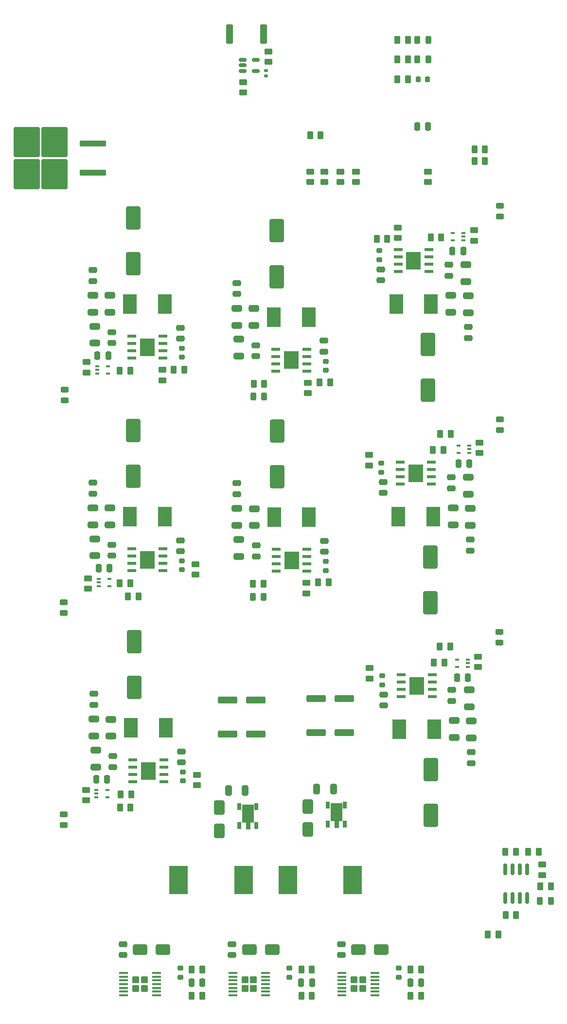
<source format=gbr>
%TF.GenerationSoftware,KiCad,Pcbnew,(7.0.0-0)*%
%TF.CreationDate,2023-04-05T17:09:17+01:00*%
%TF.ProjectId,pipcb,70697063-622e-46b6-9963-61645f706362,rev?*%
%TF.SameCoordinates,Original*%
%TF.FileFunction,Paste,Top*%
%TF.FilePolarity,Positive*%
%FSLAX46Y46*%
G04 Gerber Fmt 4.6, Leading zero omitted, Abs format (unit mm)*
G04 Created by KiCad (PCBNEW (7.0.0-0)) date 2023-04-05 17:09:17*
%MOMM*%
%LPD*%
G01*
G04 APERTURE LIST*
G04 Aperture macros list*
%AMRoundRect*
0 Rectangle with rounded corners*
0 $1 Rounding radius*
0 $2 $3 $4 $5 $6 $7 $8 $9 X,Y pos of 4 corners*
0 Add a 4 corners polygon primitive as box body*
4,1,4,$2,$3,$4,$5,$6,$7,$8,$9,$2,$3,0*
0 Add four circle primitives for the rounded corners*
1,1,$1+$1,$2,$3*
1,1,$1+$1,$4,$5*
1,1,$1+$1,$6,$7*
1,1,$1+$1,$8,$9*
0 Add four rect primitives between the rounded corners*
20,1,$1+$1,$2,$3,$4,$5,0*
20,1,$1+$1,$4,$5,$6,$7,0*
20,1,$1+$1,$6,$7,$8,$9,0*
20,1,$1+$1,$8,$9,$2,$3,0*%
G04 Aperture macros list end*
%ADD10C,0.001000*%
%ADD11RoundRect,0.250000X0.262500X0.450000X-0.262500X0.450000X-0.262500X-0.450000X0.262500X-0.450000X0*%
%ADD12RoundRect,0.250000X-0.450000X0.262500X-0.450000X-0.262500X0.450000X-0.262500X0.450000X0.262500X0*%
%ADD13RoundRect,0.250000X0.450000X-0.262500X0.450000X0.262500X-0.450000X0.262500X-0.450000X-0.262500X0*%
%ADD14R,1.550000X0.600000*%
%ADD15R,2.600000X3.100000*%
%ADD16RoundRect,0.250000X-0.650000X0.325000X-0.650000X-0.325000X0.650000X-0.325000X0.650000X0.325000X0*%
%ADD17RoundRect,0.250000X-0.475000X0.250000X-0.475000X-0.250000X0.475000X-0.250000X0.475000X0.250000X0*%
%ADD18RoundRect,0.250000X-1.000000X1.750000X-1.000000X-1.750000X1.000000X-1.750000X1.000000X1.750000X0*%
%ADD19RoundRect,0.243750X-0.456250X0.243750X-0.456250X-0.243750X0.456250X-0.243750X0.456250X0.243750X0*%
%ADD20RoundRect,0.250000X-1.000000X-0.650000X1.000000X-0.650000X1.000000X0.650000X-1.000000X0.650000X0*%
%ADD21RoundRect,0.243750X0.456250X-0.243750X0.456250X0.243750X-0.456250X0.243750X-0.456250X-0.243750X0*%
%ADD22R,0.650000X0.400000*%
%ADD23RoundRect,0.243750X-0.243750X-0.456250X0.243750X-0.456250X0.243750X0.456250X-0.243750X0.456250X0*%
%ADD24RoundRect,0.250000X0.475000X-0.250000X0.475000X0.250000X-0.475000X0.250000X-0.475000X-0.250000X0*%
%ADD25RoundRect,0.250000X-0.262500X-0.450000X0.262500X-0.450000X0.262500X0.450000X-0.262500X0.450000X0*%
%ADD26RoundRect,0.225000X-0.250000X0.225000X-0.250000X-0.225000X0.250000X-0.225000X0.250000X0.225000X0*%
%ADD27RoundRect,0.250000X0.650000X-0.325000X0.650000X0.325000X-0.650000X0.325000X-0.650000X-0.325000X0*%
%ADD28R,0.680000X1.200000*%
%ADD29RoundRect,0.250000X1.000000X-1.750000X1.000000X1.750000X-1.000000X1.750000X-1.000000X-1.750000X0*%
%ADD30RoundRect,0.250000X-0.250000X-0.475000X0.250000X-0.475000X0.250000X0.475000X-0.250000X0.475000X0*%
%ADD31RoundRect,0.250000X0.250000X0.475000X-0.250000X0.475000X-0.250000X-0.475000X0.250000X-0.475000X0*%
%ADD32R,2.350000X3.500000*%
%ADD33RoundRect,0.225000X0.250000X-0.225000X0.250000X0.225000X-0.250000X0.225000X-0.250000X-0.225000X0*%
%ADD34RoundRect,0.250000X-0.325000X-0.650000X0.325000X-0.650000X0.325000X0.650000X-0.325000X0.650000X0*%
%ADD35RoundRect,0.250000X-1.425000X0.362500X-1.425000X-0.362500X1.425000X-0.362500X1.425000X0.362500X0*%
%ADD36R,3.300000X5.000000*%
%ADD37RoundRect,0.250000X2.050000X0.300000X-2.050000X0.300000X-2.050000X-0.300000X2.050000X-0.300000X0*%
%ADD38RoundRect,0.250000X2.025000X2.375000X-2.025000X2.375000X-2.025000X-2.375000X2.025000X-2.375000X0*%
%ADD39RoundRect,0.243750X0.243750X0.456250X-0.243750X0.456250X-0.243750X-0.456250X0.243750X-0.456250X0*%
%ADD40RoundRect,0.150000X0.150000X-0.825000X0.150000X0.825000X-0.150000X0.825000X-0.150000X-0.825000X0*%
%ADD41RoundRect,0.250000X-0.650000X1.000000X-0.650000X-1.000000X0.650000X-1.000000X0.650000X1.000000X0*%
%ADD42RoundRect,0.100000X0.687500X0.100000X-0.687500X0.100000X-0.687500X-0.100000X0.687500X-0.100000X0*%
%ADD43RoundRect,0.250001X0.354999X0.374999X-0.354999X0.374999X-0.354999X-0.374999X0.354999X-0.374999X0*%
%ADD44RoundRect,0.150000X-0.512500X-0.150000X0.512500X-0.150000X0.512500X0.150000X-0.512500X0.150000X0*%
%ADD45RoundRect,0.250000X0.362500X1.425000X-0.362500X1.425000X-0.362500X-1.425000X0.362500X-1.425000X0*%
%ADD46RoundRect,0.218750X0.218750X0.256250X-0.218750X0.256250X-0.218750X-0.256250X0.218750X-0.256250X0*%
%ADD47RoundRect,0.140000X-0.170000X0.140000X-0.170000X-0.140000X0.170000X-0.140000X0.170000X0.140000X0*%
G04 APERTURE END LIST*
%TO.C,U22*%
G36*
X65505001Y-118077500D02*
G01*
X64880001Y-118077500D01*
X64880001Y-119277500D01*
X64200001Y-119277500D01*
X64200001Y-118077500D01*
X63575001Y-118077500D01*
X63575001Y-115027500D01*
X65505001Y-115027500D01*
X65505001Y-118077500D01*
G37*
D10*
X65505001Y-118077500D02*
X64880001Y-118077500D01*
X64880001Y-119277500D01*
X64200001Y-119277500D01*
X64200001Y-118077500D01*
X63575001Y-118077500D01*
X63575001Y-115027500D01*
X65505001Y-115027500D01*
X65505001Y-118077500D01*
%TO.C,U13*%
G36*
X50105000Y-118315000D02*
G01*
X49480000Y-118315000D01*
X49480000Y-119515000D01*
X48800000Y-119515000D01*
X48800000Y-118315000D01*
X48175000Y-118315000D01*
X48175000Y-115265000D01*
X50105000Y-115265000D01*
X50105000Y-118315000D01*
G37*
X50105000Y-118315000D02*
X49480000Y-118315000D01*
X49480000Y-119515000D01*
X48800000Y-119515000D01*
X48800000Y-118315000D01*
X48175000Y-118315000D01*
X48175000Y-115265000D01*
X50105000Y-115265000D01*
X50105000Y-118315000D01*
%TD*%
D11*
%TO.C,R23*%
X81377500Y-53500000D03*
X83202500Y-53500000D03*
%TD*%
D12*
%TO.C,R2*%
X68000000Y-6912500D03*
X68000000Y-5087500D03*
%TD*%
D13*
%TO.C,R58*%
X40290000Y-110087500D03*
X40290000Y-111912500D03*
%TD*%
D14*
%TO.C,U17*%
X75689999Y-59504999D03*
X75689999Y-58234999D03*
X75689999Y-56964999D03*
X75689999Y-55694999D03*
X81089999Y-55694999D03*
X81089999Y-56964999D03*
X81089999Y-58234999D03*
X81089999Y-59504999D03*
D15*
X78389999Y-57599999D03*
%TD*%
D11*
%TO.C,R59*%
X82540000Y-87750000D03*
X84365000Y-87750000D03*
%TD*%
D16*
%TO.C,C86*%
X47246250Y-66675000D03*
X47246250Y-63725000D03*
%TD*%
D17*
%TO.C,C84*%
X62471250Y-71250000D03*
X62471250Y-69350000D03*
%TD*%
D18*
%TO.C,C102*%
X80890000Y-80125000D03*
X80890000Y-72125000D03*
%TD*%
D19*
%TO.C,D10*%
X17040000Y-81937500D03*
X17040000Y-80062500D03*
%TD*%
D20*
%TO.C,D7*%
X53387500Y-140500000D03*
X49387500Y-140500000D03*
%TD*%
D21*
%TO.C,D11*%
X93040000Y-48212500D03*
X93040000Y-50087500D03*
%TD*%
D18*
%TO.C,C100*%
X80489999Y-43125000D03*
X80489999Y-35125000D03*
%TD*%
D22*
%TO.C,U9*%
X85789999Y-54049999D03*
X85789999Y-52749999D03*
X87689999Y-52749999D03*
X87689999Y-53399999D03*
X87689999Y-54049999D03*
%TD*%
D23*
%TO.C,D15*%
X51977500Y-44250000D03*
X50102500Y-44250000D03*
%TD*%
D24*
%TO.C,C3*%
X27387500Y-139550000D03*
X27387500Y-141450000D03*
%TD*%
D25*
%TO.C,R11*%
X41212500Y-144000000D03*
X39387500Y-144000000D03*
%TD*%
D26*
%TO.C,C89*%
X62746250Y-74500000D03*
X62746250Y-72950000D03*
%TD*%
D25*
%TO.C,R14*%
X79300000Y-148500000D03*
X77475000Y-148500000D03*
%TD*%
%TO.C,R22*%
X28662500Y-76750000D03*
X26837500Y-76750000D03*
%TD*%
D27*
%TO.C,C82*%
X47596250Y-69100000D03*
X47596250Y-72050000D03*
%TD*%
D16*
%TO.C,C94*%
X47190000Y-31825000D03*
X47190000Y-28875000D03*
%TD*%
D28*
%TO.C,U22*%
X63040000Y-115377499D03*
X66040000Y-115377499D03*
X66040000Y-118677499D03*
X63040000Y-118677499D03*
%TD*%
D16*
%TO.C,C58*%
X87540000Y-61250000D03*
X87540000Y-58300000D03*
%TD*%
D12*
%TO.C,R54*%
X70290000Y-56250000D03*
X70290000Y-54425000D03*
%TD*%
D11*
%TO.C,R25*%
X81517500Y-90500000D03*
X83342500Y-90500000D03*
%TD*%
D13*
%TO.C,R69*%
X48290000Y10500000D03*
X48290000Y8675000D03*
%TD*%
D22*
%TO.C,U7*%
X84789999Y-17049999D03*
X84789999Y-15749999D03*
X86689999Y-15749999D03*
X86689999Y-16399999D03*
X86689999Y-17049999D03*
%TD*%
D29*
%TO.C,C101*%
X29150000Y-50125000D03*
X29150000Y-58125000D03*
%TD*%
D24*
%TO.C,C53*%
X22150000Y-59225000D03*
X22150000Y-61125000D03*
%TD*%
D17*
%TO.C,C59*%
X84540000Y-60200000D03*
X84540000Y-58300000D03*
%TD*%
D25*
%TO.C,R62*%
X63202500Y-76600000D03*
X61377500Y-76600000D03*
%TD*%
D30*
%TO.C,C12*%
X86640000Y-18900000D03*
X84740000Y-18900000D03*
%TD*%
D31*
%TO.C,C13*%
X23140000Y-74100000D03*
X25040000Y-74100000D03*
%TD*%
D17*
%TO.C,C52*%
X37375000Y-71150000D03*
X37375000Y-69250000D03*
%TD*%
D24*
%TO.C,C69*%
X22315000Y-95975000D03*
X22315000Y-97875000D03*
%TD*%
D32*
%TO.C,L19*%
X81554999Y-102099999D03*
X75504999Y-102099999D03*
%TD*%
D24*
%TO.C,C51*%
X25500000Y-70050000D03*
X25500000Y-71950000D03*
%TD*%
D33*
%TO.C,C65*%
X72390000Y-55850000D03*
X72390000Y-57400000D03*
%TD*%
D26*
%TO.C,C7*%
X56387500Y-145275000D03*
X56387500Y-143725000D03*
%TD*%
D31*
%TO.C,C11*%
X22940000Y-37100000D03*
X24840000Y-37100000D03*
%TD*%
D27*
%TO.C,C90*%
X47540000Y-34250000D03*
X47540000Y-37200000D03*
%TD*%
%TO.C,C50*%
X22500000Y-69000000D03*
X22500000Y-71950000D03*
%TD*%
D20*
%TO.C,D6*%
X34387500Y-140450000D03*
X30387500Y-140450000D03*
%TD*%
D19*
%TO.C,D12*%
X17040000Y-118787500D03*
X17040000Y-116912500D03*
%TD*%
D13*
%TO.C,R20*%
X100375000Y-125675000D03*
X100375000Y-127500000D03*
%TD*%
D25*
%TO.C,R55*%
X30115000Y-79000000D03*
X28290000Y-79000000D03*
%TD*%
D27*
%TO.C,C66*%
X22665000Y-105750000D03*
X22665000Y-108700000D03*
%TD*%
D16*
%TO.C,C42*%
X87140000Y-24250000D03*
X87140000Y-21300000D03*
%TD*%
D27*
%TO.C,C47*%
X84489999Y-26650000D03*
X84489999Y-29600000D03*
%TD*%
D30*
%TO.C,C16*%
X87440000Y-93150000D03*
X85540000Y-93150000D03*
%TD*%
D22*
%TO.C,U11*%
X85539999Y-91299999D03*
X85539999Y-89999999D03*
X87439999Y-89999999D03*
X87439999Y-90649999D03*
X87439999Y-91299999D03*
%TD*%
D17*
%TO.C,C36*%
X37375000Y-34150000D03*
X37375000Y-32250000D03*
%TD*%
D14*
%TO.C,U19*%
X75829999Y-96504999D03*
X75829999Y-95234999D03*
X75829999Y-93964999D03*
X75829999Y-92694999D03*
X81229999Y-92694999D03*
X81229999Y-93964999D03*
X81229999Y-95234999D03*
X81229999Y-96504999D03*
D15*
X78529999Y-94599999D03*
%TD*%
D32*
%TO.C,L14*%
X28624999Y-28149999D03*
X34674999Y-28149999D03*
%TD*%
D26*
%TO.C,C97*%
X62690000Y-39650000D03*
X62690000Y-38100000D03*
%TD*%
D12*
%TO.C,R4*%
X65250000Y-6912500D03*
X65250000Y-5087500D03*
%TD*%
D17*
%TO.C,C77*%
X88030000Y-108025000D03*
X88030000Y-106125000D03*
%TD*%
D26*
%TO.C,C57*%
X37650000Y-74400000D03*
X37650000Y-72850000D03*
%TD*%
D11*
%TO.C,R46*%
X59965000Y1250000D03*
X61790000Y1250000D03*
%TD*%
D13*
%TO.C,R30*%
X21340000Y-75850000D03*
X21340000Y-77675000D03*
%TD*%
D12*
%TO.C,R60*%
X70340000Y-93312500D03*
X70340000Y-91487500D03*
%TD*%
D17*
%TO.C,C68*%
X37540000Y-107900000D03*
X37540000Y-106000000D03*
%TD*%
D34*
%TO.C,C32*%
X48690000Y-112800000D03*
X45740000Y-112800000D03*
%TD*%
D35*
%TO.C,R68*%
X61050001Y-102725000D03*
X61050001Y-96800000D03*
%TD*%
D24*
%TO.C,C76*%
X72805000Y-96100000D03*
X72805000Y-98000000D03*
%TD*%
D36*
%TO.C,L23*%
X56089999Y-128399999D03*
X67389999Y-128399999D03*
%TD*%
D27*
%TO.C,C78*%
X88030000Y-100675000D03*
X88030000Y-103625000D03*
%TD*%
D30*
%TO.C,C2*%
X41250000Y-146250000D03*
X39350000Y-146250000D03*
%TD*%
D29*
%TO.C,C106*%
X54190000Y-15375000D03*
X54190000Y-23375000D03*
%TD*%
D22*
%TO.C,U6*%
X24789999Y-38949999D03*
X24789999Y-40249999D03*
X22889999Y-40249999D03*
X22889999Y-39599999D03*
X22889999Y-38949999D03*
%TD*%
D24*
%TO.C,C85*%
X47246250Y-59325000D03*
X47246250Y-61225000D03*
%TD*%
D37*
%TO.C,Q1*%
X22190000Y-210000D03*
D38*
X10615000Y25000D03*
X10615000Y-5525000D03*
X15465000Y25000D03*
X15465000Y-5525000D03*
D37*
X22190000Y-5290000D03*
%TD*%
D14*
%TO.C,U16*%
X34349999Y-70744999D03*
X34349999Y-72014999D03*
X34349999Y-73284999D03*
X34349999Y-74554999D03*
X28949999Y-74554999D03*
X28949999Y-73284999D03*
X28949999Y-72014999D03*
X28949999Y-70744999D03*
D15*
X31649999Y-72649999D03*
%TD*%
D17*
%TO.C,C45*%
X87489999Y-34025000D03*
X87489999Y-32125000D03*
%TD*%
D25*
%TO.C,R13*%
X60300000Y-144000000D03*
X58475000Y-144000000D03*
%TD*%
D27*
%TO.C,C46*%
X87490000Y-26675000D03*
X87490000Y-29625000D03*
%TD*%
D16*
%TO.C,C54*%
X22150000Y-66575000D03*
X22150000Y-63625000D03*
%TD*%
D39*
%TO.C,D3*%
X78665000Y14416668D03*
X80540000Y14416668D03*
%TD*%
D13*
%TO.C,R48*%
X34250000Y-39587500D03*
X34250000Y-41412500D03*
%TD*%
D40*
%TO.C,U5*%
X93970000Y-126525000D03*
X95240000Y-126525000D03*
X96510000Y-126525000D03*
X97780000Y-126525000D03*
X97780000Y-131475000D03*
X96510000Y-131475000D03*
X95240000Y-131475000D03*
X93970000Y-131475000D03*
%TD*%
D12*
%TO.C,R50*%
X75250000Y-16662500D03*
X75250000Y-14837500D03*
%TD*%
%TO.C,R33*%
X89240000Y-91312500D03*
X89240000Y-89487500D03*
%TD*%
D13*
%TO.C,R70*%
X52740000Y15815000D03*
X52740000Y13990000D03*
%TD*%
D17*
%TO.C,C61*%
X87890000Y-71025000D03*
X87890000Y-69125000D03*
%TD*%
D11*
%TO.C,R52*%
X71587500Y-16750000D03*
X73412500Y-16750000D03*
%TD*%
D27*
%TO.C,C63*%
X84890000Y-63650000D03*
X84890000Y-66600000D03*
%TD*%
D11*
%TO.C,R53*%
X82627500Y-50750000D03*
X84452500Y-50750000D03*
%TD*%
D16*
%TO.C,C39*%
X22150000Y-29575000D03*
X22150000Y-26625000D03*
%TD*%
D13*
%TO.C,R28*%
X21040000Y-38250000D03*
X21040000Y-40075000D03*
%TD*%
%TO.C,R63*%
X59540000Y-41837500D03*
X59540000Y-43662500D03*
%TD*%
D36*
%TO.C,L22*%
X37089999Y-128399999D03*
X48389999Y-128399999D03*
%TD*%
D25*
%TO.C,R5*%
X28662500Y-39750000D03*
X26837500Y-39750000D03*
%TD*%
%TO.C,R17*%
X95825000Y-134500000D03*
X94000000Y-134500000D03*
%TD*%
D23*
%TO.C,D14*%
X51915000Y-79100000D03*
X50040000Y-79100000D03*
%TD*%
D24*
%TO.C,C38*%
X22150000Y-22225000D03*
X22150000Y-24125000D03*
%TD*%
D32*
%TO.C,L16*%
X28624999Y-65149999D03*
X34674999Y-65149999D03*
%TD*%
D41*
%TO.C,D17*%
X44140000Y-119800000D03*
X44140000Y-115800000D03*
%TD*%
D42*
%TO.C,U3*%
X65525000Y-148450000D03*
X65525000Y-147800000D03*
X65525000Y-147150000D03*
X65525000Y-146500000D03*
X65525000Y-145850000D03*
X65525000Y-145200000D03*
X65525000Y-144550000D03*
X71250000Y-144550000D03*
X71250000Y-145200000D03*
X71250000Y-145850000D03*
X71250000Y-146500000D03*
X71250000Y-147150000D03*
X71250000Y-147800000D03*
X71250000Y-148450000D03*
D43*
X67637500Y-145725000D03*
X67637500Y-147275000D03*
X69137500Y-145725000D03*
X69137500Y-147275000D03*
%TD*%
D21*
%TO.C,D9*%
X93040000Y-11062500D03*
X93040000Y-12937500D03*
%TD*%
D11*
%TO.C,R21*%
X80977500Y-16500001D03*
X82802500Y-16500001D03*
%TD*%
D34*
%TO.C,C33*%
X64090001Y-112562500D03*
X61140001Y-112562500D03*
%TD*%
D14*
%TO.C,U21*%
X59389999Y-35994999D03*
X59389999Y-37264999D03*
X59389999Y-38534999D03*
X59389999Y-39804999D03*
X53989999Y-39804999D03*
X53989999Y-38534999D03*
X53989999Y-37264999D03*
X53989999Y-35994999D03*
D15*
X56689999Y-37899999D03*
%TD*%
D21*
%TO.C,D13*%
X92940000Y-85212500D03*
X92940000Y-87087500D03*
%TD*%
D25*
%TO.C,R49*%
X38075000Y-39587500D03*
X36250000Y-39587500D03*
%TD*%
D14*
%TO.C,U18*%
X34514999Y-107494999D03*
X34514999Y-108764999D03*
X34514999Y-110034999D03*
X34514999Y-111304999D03*
X29114999Y-111304999D03*
X29114999Y-110034999D03*
X29114999Y-108764999D03*
X29114999Y-107494999D03*
D15*
X31814999Y-109399999D03*
%TD*%
D35*
%TO.C,R65*%
X65940000Y-102725000D03*
X65940000Y-96800000D03*
%TD*%
D12*
%TO.C,R29*%
X88540000Y-17125000D03*
X88540000Y-15300000D03*
%TD*%
D22*
%TO.C,U8*%
X25039999Y-75949999D03*
X25039999Y-77249999D03*
X23139999Y-77249999D03*
X23139999Y-76599999D03*
X23139999Y-75949999D03*
%TD*%
D32*
%TO.C,L21*%
X53664999Y-30399999D03*
X59714999Y-30399999D03*
%TD*%
D16*
%TO.C,C74*%
X87680000Y-98250000D03*
X87680000Y-95300000D03*
%TD*%
D24*
%TO.C,C60*%
X72665000Y-59100000D03*
X72665000Y-61000000D03*
%TD*%
D29*
%TO.C,C105*%
X54246250Y-50225000D03*
X54246250Y-58225000D03*
%TD*%
D44*
%TO.C,U14*%
X50502500Y14350000D03*
X50502500Y12450000D03*
X48227500Y12450000D03*
X48227500Y13400000D03*
X48227500Y14350000D03*
%TD*%
D24*
%TO.C,C44*%
X72265000Y-22099999D03*
X72265000Y-23999999D03*
%TD*%
D42*
%TO.C,U2*%
X46525000Y-148450000D03*
X46525000Y-147800000D03*
X46525000Y-147150000D03*
X46525000Y-146500000D03*
X46525000Y-145850000D03*
X46525000Y-145200000D03*
X46525000Y-144550000D03*
X52250000Y-144550000D03*
X52250000Y-145200000D03*
X52250000Y-145850000D03*
X52250000Y-146500000D03*
X52250000Y-147150000D03*
X52250000Y-147800000D03*
X52250000Y-148450000D03*
D43*
X48637500Y-145725000D03*
X48637500Y-147275000D03*
X50137500Y-145725000D03*
X50137500Y-147275000D03*
%TD*%
D25*
%TO.C,R18*%
X95787500Y-123500000D03*
X93962500Y-123500000D03*
%TD*%
D14*
%TO.C,U4*%
X34349999Y-33744999D03*
X34349999Y-35014999D03*
X34349999Y-36284999D03*
X34349999Y-37554999D03*
X28949999Y-37554999D03*
X28949999Y-36284999D03*
X28949999Y-35014999D03*
X28949999Y-33744999D03*
D15*
X31649999Y-35649999D03*
%TD*%
D13*
%TO.C,R61*%
X59290000Y-76687500D03*
X59290000Y-78512500D03*
%TD*%
D22*
%TO.C,U10*%
X24689999Y-112699999D03*
X24689999Y-113999999D03*
X22789999Y-113999999D03*
X22789999Y-113349999D03*
X22789999Y-112699999D03*
%TD*%
D20*
%TO.C,D8*%
X72387500Y-140500000D03*
X68387500Y-140500000D03*
%TD*%
D24*
%TO.C,C6*%
X46387500Y-139550000D03*
X46387500Y-141450000D03*
%TD*%
D16*
%TO.C,C71*%
X25315000Y-103350000D03*
X25315000Y-100400000D03*
%TD*%
D17*
%TO.C,C92*%
X62415000Y-36400000D03*
X62415000Y-34500000D03*
%TD*%
D11*
%TO.C,R26*%
X50040000Y-76850000D03*
X51865000Y-76850000D03*
%TD*%
D24*
%TO.C,C93*%
X47190000Y-24475000D03*
X47190000Y-26375000D03*
%TD*%
D11*
%TO.C,R47*%
X90915000Y-137900000D03*
X92740000Y-137900000D03*
%TD*%
D26*
%TO.C,C35*%
X37650000Y-37400000D03*
X37650000Y-35850000D03*
%TD*%
D14*
%TO.C,U20*%
X59446249Y-70844999D03*
X59446249Y-72114999D03*
X59446249Y-73384999D03*
X59446249Y-74654999D03*
X54046249Y-74654999D03*
X54046249Y-73384999D03*
X54046249Y-72114999D03*
X54046249Y-70844999D03*
D15*
X56746249Y-72749999D03*
%TD*%
D41*
%TO.C,D16*%
X59540001Y-119562500D03*
X59540001Y-115562500D03*
%TD*%
D35*
%TO.C,R66*%
X50540000Y-102962500D03*
X50540000Y-97037500D03*
%TD*%
D28*
%TO.C,U13*%
X47639999Y-115614999D03*
X50639999Y-115614999D03*
X50639999Y-118914999D03*
X47639999Y-118914999D03*
%TD*%
D17*
%TO.C,C43*%
X84140000Y-23200000D03*
X84140000Y-21300000D03*
%TD*%
D25*
%TO.C,R24*%
X28827500Y-113500000D03*
X27002500Y-113500000D03*
%TD*%
%TO.C,R10*%
X41212500Y-148500000D03*
X39387500Y-148500000D03*
%TD*%
D29*
%TO.C,C99*%
X29150000Y-13125000D03*
X29150000Y-21125000D03*
%TD*%
D16*
%TO.C,C95*%
X50190000Y-31850000D03*
X50190000Y-28900000D03*
%TD*%
D23*
%TO.C,D4*%
X101875000Y-132000000D03*
X100000000Y-132000000D03*
%TD*%
D11*
%TO.C,R7*%
X75167500Y14416668D03*
X76992500Y14416668D03*
%TD*%
D27*
%TO.C,C62*%
X87890000Y-63675000D03*
X87890000Y-66625000D03*
%TD*%
D30*
%TO.C,C5*%
X60337500Y-146250000D03*
X58437500Y-146250000D03*
%TD*%
D14*
%TO.C,U15*%
X75289999Y-22504999D03*
X75289999Y-21234999D03*
X75289999Y-19964999D03*
X75289999Y-18694999D03*
X80689999Y-18694999D03*
X80689999Y-19964999D03*
X80689999Y-21234999D03*
X80689999Y-22504999D03*
D15*
X77989999Y-20599999D03*
%TD*%
D45*
%TO.C,R51*%
X45952500Y18840000D03*
X51877500Y18840000D03*
%TD*%
D39*
%TO.C,D2*%
X78665000Y17833334D03*
X80540000Y17833334D03*
%TD*%
D46*
%TO.C,D5*%
X78815000Y11000000D03*
X80390000Y11000000D03*
%TD*%
D42*
%TO.C,U1*%
X27525000Y-148450000D03*
X27525000Y-147800000D03*
X27525000Y-147150000D03*
X27525000Y-146500000D03*
X27525000Y-145850000D03*
X27525000Y-145200000D03*
X27525000Y-144550000D03*
X33250000Y-144550000D03*
X33250000Y-145200000D03*
X33250000Y-145850000D03*
X33250000Y-146500000D03*
X33250000Y-147150000D03*
X33250000Y-147800000D03*
X33250000Y-148450000D03*
D43*
X29637500Y-145725000D03*
X29637500Y-147275000D03*
X31137500Y-145725000D03*
X31137500Y-147275000D03*
%TD*%
D13*
%TO.C,R32*%
X20990000Y-112687500D03*
X20990000Y-114512500D03*
%TD*%
D27*
%TO.C,C37*%
X22500000Y-32000000D03*
X22500000Y-34950000D03*
%TD*%
D24*
%TO.C,C83*%
X50596250Y-70150000D03*
X50596250Y-72050000D03*
%TD*%
D33*
%TO.C,C49*%
X71990000Y-18850000D03*
X71990000Y-20400000D03*
%TD*%
D30*
%TO.C,C8*%
X79337500Y-146250000D03*
X77437500Y-146250000D03*
%TD*%
D16*
%TO.C,C87*%
X50246250Y-66700000D03*
X50246250Y-63750000D03*
%TD*%
D25*
%TO.C,R42*%
X90412500Y-1250000D03*
X88587500Y-1250000D03*
%TD*%
D32*
%TO.C,L18*%
X28789999Y-101899999D03*
X34839999Y-101899999D03*
%TD*%
D25*
%TO.C,R64*%
X63452500Y-41750000D03*
X61627500Y-41750000D03*
%TD*%
D33*
%TO.C,C81*%
X72530000Y-92850000D03*
X72530000Y-94400000D03*
%TD*%
D18*
%TO.C,C104*%
X81030000Y-117125000D03*
X81030000Y-109125000D03*
%TD*%
D16*
%TO.C,C40*%
X25150000Y-29600000D03*
X25150000Y-26650000D03*
%TD*%
D32*
%TO.C,L20*%
X53721249Y-65249999D03*
X59771249Y-65249999D03*
%TD*%
D27*
%TO.C,C79*%
X85030000Y-100650000D03*
X85030000Y-103600000D03*
%TD*%
D11*
%TO.C,R44*%
X88587500Y-3250000D03*
X90412500Y-3250000D03*
%TD*%
D30*
%TO.C,C14*%
X87690000Y-55900000D03*
X85790000Y-55900000D03*
%TD*%
D25*
%TO.C,R19*%
X99787500Y-123500000D03*
X97962500Y-123500000D03*
%TD*%
D32*
%TO.C,L15*%
X81014999Y-28099999D03*
X74964999Y-28099999D03*
%TD*%
D47*
%TO.C,C98*%
X52290000Y11540000D03*
X52290000Y12500000D03*
%TD*%
D24*
%TO.C,C67*%
X25665000Y-106800000D03*
X25665000Y-108700000D03*
%TD*%
D12*
%TO.C,R3*%
X80500000Y-6912500D03*
X80500000Y-5087500D03*
%TD*%
D24*
%TO.C,C91*%
X50540000Y-35300000D03*
X50540000Y-37200000D03*
%TD*%
D25*
%TO.C,R15*%
X79300000Y-144000000D03*
X77475000Y-144000000D03*
%TD*%
%TO.C,R57*%
X28702500Y-115750000D03*
X26877500Y-115750000D03*
%TD*%
D31*
%TO.C,C15*%
X22740000Y-110850000D03*
X24640000Y-110850000D03*
%TD*%
D13*
%TO.C,R56*%
X40040000Y-73425000D03*
X40040000Y-75250000D03*
%TD*%
D32*
%TO.C,L17*%
X81414999Y-65099999D03*
X75364999Y-65099999D03*
%TD*%
D19*
%TO.C,D1*%
X17250000Y-44937500D03*
X17250000Y-43062500D03*
%TD*%
D16*
%TO.C,C70*%
X22315000Y-103325000D03*
X22315000Y-100375000D03*
%TD*%
D17*
%TO.C,C75*%
X84680000Y-97200000D03*
X84680000Y-95300000D03*
%TD*%
D29*
%TO.C,C103*%
X29315000Y-86875000D03*
X29315000Y-94875000D03*
%TD*%
D11*
%TO.C,R9*%
X75167500Y11000000D03*
X76992500Y11000000D03*
%TD*%
D24*
%TO.C,C34*%
X25500000Y-33050000D03*
X25500000Y-34950000D03*
%TD*%
D16*
%TO.C,C55*%
X25150000Y-66600000D03*
X25150000Y-63650000D03*
%TD*%
D35*
%TO.C,R67*%
X45650000Y-102962500D03*
X45650000Y-97037500D03*
%TD*%
D26*
%TO.C,C4*%
X37387500Y-145275000D03*
X37387500Y-143725000D03*
%TD*%
D12*
%TO.C,R31*%
X89440000Y-54062500D03*
X89440000Y-52237500D03*
%TD*%
%TO.C,R1*%
X60000000Y-6912500D03*
X60000000Y-5087500D03*
%TD*%
D11*
%TO.C,R6*%
X75167500Y17833334D03*
X76992500Y17833334D03*
%TD*%
D26*
%TO.C,C10*%
X75387500Y-145275000D03*
X75387500Y-143725000D03*
%TD*%
D11*
%TO.C,R8*%
X100050000Y-129500000D03*
X101875000Y-129500000D03*
%TD*%
D25*
%TO.C,R12*%
X60300000Y-148500000D03*
X58475000Y-148500000D03*
%TD*%
D24*
%TO.C,C9*%
X65387500Y-139550000D03*
X65387500Y-141450000D03*
%TD*%
D31*
%TO.C,C1*%
X78600000Y2750000D03*
X80500000Y2750000D03*
%TD*%
D26*
%TO.C,C73*%
X37815000Y-111150000D03*
X37815000Y-109600000D03*
%TD*%
D11*
%TO.C,R27*%
X50152500Y-42000000D03*
X51977500Y-42000000D03*
%TD*%
D12*
%TO.C,R16*%
X62500000Y-6912500D03*
X62500000Y-5087500D03*
%TD*%
M02*

</source>
